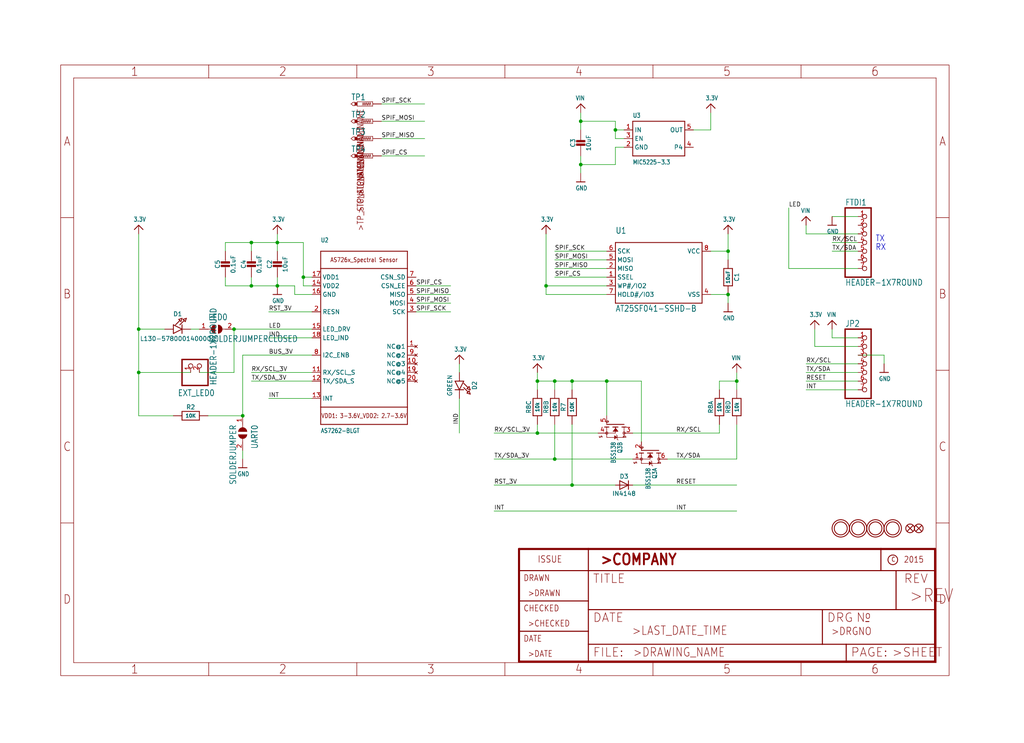
<source format=kicad_sch>
(kicad_sch (version 20211123) (generator eeschema)
  (paper "User" 300.076 217.881)
  (lib_symbols
    (symbol "eagleSchem-eagle-import:3.3V" (power)
      (property "Value" "3.3V" (at -1.524 1.016 0))
      (symbol "3.3V_1_0"
        (pin power_in line (at 0 -2.54 90) (length 2.54) (name "3.3V") (number "1"))
      )
    )
    (symbol "eagleSchem-eagle-import:AS726X_SPECTRAL"
      (property "Value" "AS726X_SPECTRAL" (at -12.7 -27.94 0))
      (symbol "AS726X_SPECTRAL_1_0"
        (text "AS726x_Spectral Sensor" (at 0 22.86 0) (effects (font (size 1.27 1.0795))))
        (text "VDD1: 3-3.6V_VDD2: 2.7-3.6V" (at 0 -22.86 0) (effects (font (size 1.27 1.0795))))
        (pin no_connect line (at 15.24 -2.54 180) (length 2.54) (name "NC@1") (number "1"))
        (pin no_connect line (at 15.24 -7.62 180) (length 2.54) (name "NC@3") (number "10"))
        (pin bidirectional line (at -15.24 -10.16 0) (length 2.54) (name "RX/SCL_S") (number "11"))
        (pin bidirectional line (at -15.24 -12.7 0) (length 2.54) (name "TX/SDA_S") (number "12"))
        (pin output line (at -15.24 -17.78 0) (length 2.54) (name "INT") (number "13"))
        (pin power_in line (at -15.24 15.24 0) (length 2.54) (name "VDD2") (number "14"))
        (pin bidirectional line (at -15.24 2.54 0) (length 2.54) (name "LED_DRV") (number "15"))
        (pin power_in line (at -15.24 12.7 0) (length 2.54) (name "GND") (number "16"))
        (pin power_in line (at -15.24 17.78 0) (length 2.54) (name "VDD1") (number "17"))
        (pin bidirectional line (at -15.24 0 0) (length 2.54) (name "LED_IND") (number "18"))
        (pin no_connect line (at 15.24 -10.16 180) (length 2.54) (name "NC@4") (number "19"))
        (pin input line (at -15.24 7.62 0) (length 2.54) (name "RESN") (number "2"))
        (pin no_connect line (at 15.24 -12.7 180) (length 2.54) (name "NC@5") (number "20"))
        (pin input line (at 15.24 7.62 180) (length 2.54) (name "SCK") (number "3"))
        (pin input line (at 15.24 10.16 180) (length 2.54) (name "MOSI") (number "4"))
        (pin output line (at 15.24 12.7 180) (length 2.54) (name "MISO") (number "5"))
        (pin output line (at 15.24 15.24 180) (length 2.54) (name "CSN_EE") (number "6"))
        (pin output line (at 15.24 17.78 180) (length 2.54) (name "CSN_SD") (number "7"))
        (pin input line (at -15.24 -5.08 0) (length 2.54) (name "I2C_ENB") (number "8"))
        (pin no_connect line (at 15.24 -5.08 180) (length 2.54) (name "NC@2") (number "9"))
      )
    )
    (symbol "eagleSchem-eagle-import:CAP_CERAMIC0603_NO"
      (property "Reference" "C" (at -2.29 1.25 90))
      (property "Value" "CAP_CERAMIC0603_NO" (at 2.3 1.25 90))
      (symbol "CAP_CERAMIC0603_NO_1_0"
        (pin passive line (at 0 5.08 270) (length 2.54) (name "1") (number "1"))
        (pin passive line (at 0 -2.54 90) (length 2.54) (name "2") (number "2"))
      )
    )
    (symbol "eagleSchem-eagle-import:CAP_CERAMIC0805-NOOUTLINE"
      (property "Reference" "C" (at -2.29 1.25 90))
      (property "Value" "CAP_CERAMIC0805-NOOUTLINE" (at 2.3 1.25 90))
      (symbol "CAP_CERAMIC0805-NOOUTLINE_1_0"
        (pin passive line (at 0 5.08 270) (length 2.54) (name "1") (number "1"))
        (pin passive line (at 0 -2.54 90) (length 2.54) (name "2") (number "2"))
      )
    )
    (symbol "eagleSchem-eagle-import:DIODESOD-323"
      (property "Reference" "D" (at 0 2.54 0))
      (property "Value" "DIODESOD-323" (at 0 -2.5 0))
      (symbol "DIODESOD-323_1_0"
        (pin passive line (at -2.54 0 0) (length 2.54) (name "A") (number "A"))
        (pin passive line (at 2.54 0 180) (length 2.54) (name "C") (number "C"))
      )
    )
    (symbol "eagleSchem-eagle-import:FIDUCIAL_1MM")
    (symbol "eagleSchem-eagle-import:FRAME_A4"
      (symbol "FRAME_A4_1_0"
        (text "1" (at 21.6958 1.905 0) (effects (font (size 2.54 2.286))))
        (text "1" (at 21.6958 177.165 0) (effects (font (size 2.54 2.286))))
        (text "2" (at 65.0875 1.905 0) (effects (font (size 2.54 2.286))))
        (text "2" (at 65.0875 177.165 0) (effects (font (size 2.54 2.286))))
        (text "3" (at 108.4792 1.905 0) (effects (font (size 2.54 2.286))))
        (text "3" (at 108.4792 177.165 0) (effects (font (size 2.54 2.286))))
        (text "4" (at 151.8708 1.905 0) (effects (font (size 2.54 2.286))))
        (text "4" (at 151.8708 177.165 0) (effects (font (size 2.54 2.286))))
        (text "5" (at 195.2625 1.905 0) (effects (font (size 2.54 2.286))))
        (text "5" (at 195.2625 177.165 0) (effects (font (size 2.54 2.286))))
        (text "6" (at 238.6542 1.905 0) (effects (font (size 2.54 2.286))))
        (text "6" (at 238.6542 177.165 0) (effects (font (size 2.54 2.286))))
        (text "A" (at 1.905 156.6863 0) (effects (font (size 2.54 2.286))))
        (text "A" (at 258.445 156.6863 0) (effects (font (size 2.54 2.286))))
        (text "B" (at 1.905 111.9188 0) (effects (font (size 2.54 2.286))))
        (text "B" (at 258.445 111.9188 0) (effects (font (size 2.54 2.286))))
        (text "C" (at 1.905 67.1513 0) (effects (font (size 2.54 2.286))))
        (text "C" (at 258.445 67.1513 0) (effects (font (size 2.54 2.286))))
        (text "D" (at 1.905 22.3838 0) (effects (font (size 2.54 2.286))))
        (text "D" (at 258.445 22.3838 0) (effects (font (size 2.54 2.286))))
      )
      (symbol "FRAME_A4_2_0"
        (text "2015" (at 112.4077 30.4673 0) (effects (font (size 1.778 1.5113)) (justify left bottom)))
        (text ">CHECKED" (at 2.2352 11.7348 0) (effects (font (size 1.778 1.5113)) (justify left bottom)))
        (text ">COMPANY" (at 23.349 29.6735 0) (effects (font (size 3.175 2.6987) (thickness 0.5397) bold) (justify left bottom)))
        (text ">DATE" (at 2.2352 2.8448 0) (effects (font (size 1.778 1.5113)) (justify left bottom)))
        (text ">DRAWING_NAME" (at 33.0327 2.8448 0) (effects (font (size 2.54 2.159)) (justify left bottom)))
        (text ">DRAWN" (at 2.2352 20.6248 0) (effects (font (size 1.778 1.5113)) (justify left bottom)))
        (text ">DRGNO" (at 91.1352 9.1948 0) (effects (font (size 2.1844 1.8567)) (justify left bottom)))
        (text ">LAST_DATE_TIME" (at 32.7152 9.1948 0) (effects (font (size 2.54 2.159)) (justify left bottom)))
        (text ">REV" (at 113.9952 18.7198 0) (effects (font (size 3.81 3.2385)) (justify left bottom)))
        (text ">SHEET" (at 108.9152 2.8448 0) (effects (font (size 2.54 2.54)) (justify left bottom)))
        (text "C" (at 108.7564 30.7848 0) (effects (font (size 1.27 1.0795)) (justify left bottom)))
        (text "CHECKED" (at 0.9652 16.1798 0) (effects (font (size 1.778 1.5113)) (justify left bottom)))
        (text "DATE" (at 0.9652 7.2898 0) (effects (font (size 1.778 1.5113)) (justify left bottom)))
        (text "DATE" (at 21.2852 13.0048 0) (effects (font (size 2.54 2.54)) (justify left bottom)))
        (text "DRAWN" (at 0.9652 25.0698 0) (effects (font (size 1.778 1.5113)) (justify left bottom)))
        (text "DRG" (at 89.8652 13.0048 0) (effects (font (size 2.54 2.54)) (justify left bottom)))
        (text "FILE:" (at 21.2852 2.8448 0) (effects (font (size 2.54 2.54)) (justify left bottom)))
        (text "ISSUE" (at 5.0927 30.4673 0) (effects (font (size 1.9304 1.6408)) (justify left bottom)))
        (text "N" (at 98.4377 13.0048 0) (effects (font (size 2.54 2.54)) (justify left bottom)))
        (text "o" (at 100.9777 13.9573 0) (effects (font (size 2.1844 1.8567)) (justify left bottom)))
        (text "PAGE:" (at 96.8502 2.8448 0) (effects (font (size 2.54 2.54)) (justify left bottom)))
        (text "REV" (at 112.4077 24.4348 0) (effects (font (size 2.54 2.54)) (justify left bottom)))
        (text "TITLE" (at 21.2852 24.4348 0) (effects (font (size 2.54 2.54)) (justify left bottom)))
      )
    )
    (symbol "eagleSchem-eagle-import:GND" (power)
      (property "Value" "GND" (at -1.524 -2.54 0))
      (symbol "GND_1_0"
        (pin power_in line (at 0 2.54 270) (length 2.54) (name "GND") (number "1"))
      )
    )
    (symbol "eagleSchem-eagle-import:HEADER-1X2ROUND"
      (property "Reference" "JP" (at -6.35 5.715 0))
      (property "Value" "HEADER-1X2ROUND" (at -6.35 -5.08 0))
      (symbol "HEADER-1X2ROUND_1_0"
        (pin passive inverted (at -2.54 2.54 0) (length 2.54) (name "1") (number "1"))
        (pin passive inverted (at -2.54 0 0) (length 2.54) (name "2") (number "2"))
      )
    )
    (symbol "eagleSchem-eagle-import:HEADER-1X7ROUND"
      (property "Reference" "JP" (at -6.35 10.795 0))
      (property "Value" "HEADER-1X7ROUND" (at -6.35 -12.7 0))
      (symbol "HEADER-1X7ROUND_1_0"
        (pin passive inverted (at -2.54 7.62 0) (length 2.54) (name "1") (number "1"))
        (pin passive inverted (at -2.54 5.08 0) (length 2.54) (name "2") (number "2"))
        (pin passive inverted (at -2.54 2.54 0) (length 2.54) (name "3") (number "3"))
        (pin passive inverted (at -2.54 0 0) (length 2.54) (name "4") (number "4"))
        (pin passive inverted (at -2.54 -2.54 0) (length 2.54) (name "5") (number "5"))
        (pin passive inverted (at -2.54 -5.08 0) (length 2.54) (name "6") (number "6"))
        (pin passive inverted (at -2.54 -7.62 0) (length 2.54) (name "7") (number "7"))
      )
    )
    (symbol "eagleSchem-eagle-import:LED0805_NOOUTLINE"
      (property "Reference" "D" (at -1.27 4.445 0))
      (property "Value" "LED0805_NOOUTLINE" (at -1.27 -2.794 0))
      (symbol "LED0805_NOOUTLINE_1_0"
        (pin passive line (at -5.08 0 0) (length 2.54) (name "A") (number "A"))
        (pin passive line (at 2.54 0 180) (length 2.54) (name "C") (number "C"))
      )
    )
    (symbol "eagleSchem-eagle-import:LEDEV45-21"
      (property "Reference" "D" (at -1.27 4.445 0))
      (property "Value" "LEDEV45-21" (at -1.27 -2.794 0))
      (symbol "LEDEV45-21_1_0"
        (pin passive line (at -5.08 0 0) (length 2.54) (name "A") (number "A"))
        (pin passive line (at 2.54 0 180) (length 2.54) (name "C") (number "K"))
      )
    )
    (symbol "eagleSchem-eagle-import:MOSFET-N_DUAL"
      (property "Reference" "Q" (at 5.08 0.635 0))
      (property "Value" "MOSFET-N_DUAL" (at 5.08 -1.27 0))
      (symbol "MOSFET-N_DUAL_1_0"
        (text "D" (at 3.175 3.175 0) (effects (font (size 0.8128 0.6908)) (justify left bottom)))
        (text "G" (at -1.27 -1.905 0) (effects (font (size 0.8128 0.6908)) (justify left bottom)))
        (text "S" (at 3.175 -3.81 0) (effects (font (size 0.8128 0.6908)) (justify left bottom)))
        (pin bidirectional line (at 2.54 -5.08 90) (length 2.54) (name "S") (number "1"))
        (pin bidirectional line (at -2.54 -2.54 0) (length 2.54) (name "G") (number "2"))
        (pin bidirectional line (at 2.54 5.08 270) (length 2.54) (name "D") (number "6"))
      )
      (symbol "MOSFET-N_DUAL_2_0"
        (text "D" (at 3.175 3.175 0) (effects (font (size 0.8128 0.6908)) (justify left bottom)))
        (text "G" (at -1.27 -1.905 0) (effects (font (size 0.8128 0.6908)) (justify left bottom)))
        (text "S" (at 3.175 -3.81 0) (effects (font (size 0.8128 0.6908)) (justify left bottom)))
        (pin bidirectional line (at 2.54 5.08 270) (length 2.54) (name "D") (number "3"))
        (pin bidirectional line (at 2.54 -5.08 90) (length 2.54) (name "S") (number "4"))
        (pin bidirectional line (at -2.54 -2.54 0) (length 2.54) (name "G") (number "5"))
      )
    )
    (symbol "eagleSchem-eagle-import:MOUNTINGHOLE2.5")
    (symbol "eagleSchem-eagle-import:PTR1TP15R"
      (property "Reference" "TP" (at -1.016 -6.35 90))
      (symbol "PTR1TP15R_1_0"
        (text ">TP_SIGNAL_NAME" (at 1.27 -2.54 0) (effects (font (size 1.778 1.5113)) (justify left bottom)))
        (pin input line (at 0 2.54 270) (length 2.54) (name "TP") (number "TP"))
      )
    )
    (symbol "eagleSchem-eagle-import:RESISTOR0805_NOOUTLINE"
      (property "Reference" "R" (at 0 2.54 0))
      (property "Value" "RESISTOR0805_NOOUTLINE" (at 0 0 0))
      (symbol "RESISTOR0805_NOOUTLINE_1_0"
        (pin passive line (at -5.08 0 0) (length 2.54) (name "1") (number "1"))
        (pin passive line (at 5.08 0 180) (length 2.54) (name "2") (number "2"))
      )
    )
    (symbol "eagleSchem-eagle-import:RESISTOR_0603_NOOUT"
      (property "Reference" "R" (at 0 2.54 0))
      (property "Value" "RESISTOR_0603_NOOUT" (at 0 0 0))
      (symbol "RESISTOR_0603_NOOUT_1_0"
        (pin passive line (at -5.08 0 0) (length 2.54) (name "1") (number "1"))
        (pin passive line (at 5.08 0 180) (length 2.54) (name "2") (number "2"))
      )
    )
    (symbol "eagleSchem-eagle-import:RESISTOR_4PACK_NO"
      (property "Reference" "R" (at 0 2.54 0))
      (property "Value" "RESISTOR_4PACK_NO" (at 0 0 0))
      (symbol "RESISTOR_4PACK_NO_1_0"
        (pin passive line (at -5.08 0 0) (length 2.54) (name "1") (number "1"))
        (pin passive line (at 5.08 0 180) (length 2.54) (name "2") (number "8"))
      )
      (symbol "RESISTOR_4PACK_NO_2_0"
        (pin passive line (at -5.08 0 0) (length 2.54) (name "1") (number "2"))
        (pin passive line (at 5.08 0 180) (length 2.54) (name "2") (number "7"))
      )
      (symbol "RESISTOR_4PACK_NO_3_0"
        (pin passive line (at -5.08 0 0) (length 2.54) (name "1") (number "3"))
        (pin passive line (at 5.08 0 180) (length 2.54) (name "2") (number "6"))
      )
      (symbol "RESISTOR_4PACK_NO_4_0"
        (pin passive line (at -5.08 0 0) (length 2.54) (name "1") (number "4"))
        (pin passive line (at 5.08 0 180) (length 2.54) (name "2") (number "5"))
      )
    )
    (symbol "eagleSchem-eagle-import:SOLDERJUMPER"
      (property "Reference" "SJ" (at -2.54 2.54 0))
      (property "Value" "SOLDERJUMPER" (at -2.54 -3.81 0))
      (symbol "SOLDERJUMPER_1_0"
        (pin passive line (at -5.08 0 0) (length 2.54) (name "1") (number "1"))
        (pin passive line (at 5.08 0 180) (length 2.54) (name "2") (number "2"))
      )
    )
    (symbol "eagleSchem-eagle-import:SOLDERJUMPERCLOSED"
      (property "Reference" "SJ" (at -2.54 2.54 0))
      (property "Value" "SOLDERJUMPERCLOSED" (at -2.54 -3.81 0))
      (symbol "SOLDERJUMPERCLOSED_1_0"
        (pin passive line (at -5.08 0 0) (length 2.54) (name "1") (number "1"))
        (pin passive line (at 5.08 0 180) (length 2.54) (name "2") (number "2"))
      )
    )
    (symbol "eagleSchem-eagle-import:SPIFLASH_SOIC8"
      (property "Reference" "U" (at -12.7 12.7 0))
      (property "Value" "SPIFLASH_SOIC8" (at -12.7 -10.16 0))
      (symbol "SPIFLASH_SOIC8_1_0"
        (pin bidirectional line (at -15.24 0 0) (length 2.54) (name "SSEL") (number "1"))
        (pin bidirectional line (at -15.24 2.54 0) (length 2.54) (name "MISO") (number "2"))
        (pin bidirectional line (at -15.24 -2.54 0) (length 2.54) (name "WP#/IO2") (number "3"))
        (pin bidirectional line (at 15.24 -5.08 180) (length 2.54) (name "VSS") (number "4"))
        (pin bidirectional line (at -15.24 5.08 0) (length 2.54) (name "MOSI") (number "5"))
        (pin bidirectional line (at -15.24 7.62 0) (length 2.54) (name "SCK") (number "6"))
        (pin bidirectional line (at -15.24 -5.08 0) (length 2.54) (name "HOLD#/IO3") (number "7"))
        (pin bidirectional line (at 15.24 7.62 180) (length 2.54) (name "VCC") (number "8"))
      )
    )
    (symbol "eagleSchem-eagle-import:VIN" (power)
      (property "Value" "VIN" (at -1.524 1.016 0))
      (symbol "VIN_1_0"
        (pin power_in line (at 0 -2.54 90) (length 2.54) (name "VIN") (number "1"))
      )
    )
    (symbol "eagleSchem-eagle-import:VREG_SOT23-5"
      (property "Reference" "U" (at -7.62 6.096 0))
      (property "Value" "VREG_SOT23-5" (at -7.62 -7.62 0))
      (symbol "VREG_SOT23-5_1_0"
        (pin power_in line (at -10.16 2.54 0) (length 2.54) (name "IN") (number "1"))
        (pin power_in line (at -10.16 -2.54 0) (length 2.54) (name "GND") (number "2"))
        (pin input line (at -10.16 0 0) (length 2.54) (name "EN") (number "3"))
        (pin bidirectional line (at 10.16 -2.54 180) (length 2.54) (name "P4") (number "4"))
        (pin power_in line (at 10.16 2.54 180) (length 2.54) (name "OUT") (number "5"))
      )
    )
  )
  (junction (at 162.56 111.76))
  (junction (at 157.48 127))
  (junction (at 160.02 83.82))
  (junction (at 81.28 83.82))
  (junction (at 81.28 71.12))
  (junction (at 170.18 35.56))
  (junction (at 180.34 38.1))
  (junction (at 167.64 142.24))
  (junction (at 40.64 96.52))
  (junction (at 73.66 71.12))
  (junction (at 73.66 83.82))
  (junction (at 162.56 134.62))
  (junction (at 88.9 81.28))
  (junction (at 157.48 111.76))
  (junction (at 40.64 109.22))
  (junction (at 71.12 121.92))
  (junction (at 215.9 111.76))
  (junction (at 177.8 111.76))
  (junction (at 213.36 73.66))
  (junction (at 68.58 96.52))
  (junction (at 170.18 48.26))
  (junction (at 213.36 86.36))
  (junction (at 167.64 111.76))
  (wire (pts (xy 259.08 104.14) (xy 259.08 106.68)))
  (wire (pts (xy 91.44 81.28) (xy 88.9 81.28)))
  (wire (pts (xy 160.02 86.36) (xy 160.02 83.82)))
  (wire (pts (xy 215.9 114.3) (xy 215.9 111.76)))
  (wire (pts (xy 71.12 132.08) (xy 71.12 134.62)))
  (wire (pts (xy 231.14 78.74) (xy 231.14 60.96)))
  (wire (pts (xy 185.42 142.24) (xy 215.9 142.24)))
  (wire (pts (xy 91.44 96.52) (xy 68.58 96.52)))
  (wire (pts (xy 170.18 45.72) (xy 170.18 48.26)))
  (wire (pts (xy 81.28 71.12) (xy 73.66 71.12)))
  (wire (pts (xy 167.64 142.24) (xy 144.78 142.24)))
  (wire (pts (xy 157.48 127) (xy 144.78 127)))
  (wire (pts (xy 215.9 149.86) (xy 144.78 149.86)))
  (wire (pts (xy 91.44 91.44) (xy 78.74 91.44)))
  (wire (pts (xy 91.44 104.14) (xy 71.12 104.14)))
  (wire (pts (xy 134.62 106.68) (xy 134.62 109.22)))
  (wire (pts (xy 170.18 35.56) (xy 180.34 35.56)))
  (wire (pts (xy 81.28 83.82) (xy 86.36 83.82)))
  (wire (pts (xy 208.28 73.66) (xy 213.36 73.66)))
  (wire (pts (xy 187.96 129.54) (xy 187.96 111.76)))
  (wire (pts (xy 157.48 127) (xy 175.26 127)))
  (wire (pts (xy 180.34 43.18) (xy 182.88 43.18)))
  (wire (pts (xy 50.8 121.92) (xy 40.64 121.92)))
  (wire (pts (xy 111.76 30.48) (xy 124.46 30.48)))
  (wire (pts (xy 121.92 83.82) (xy 132.08 83.82)))
  (wire (pts (xy 210.82 127) (xy 210.82 124.46)))
  (wire (pts (xy 121.92 91.44) (xy 132.08 91.44)))
  (wire (pts (xy 55.88 96.52) (xy 58.42 96.52)))
  (wire (pts (xy 180.34 142.24) (xy 167.64 142.24)))
  (wire (pts (xy 81.28 83.82) (xy 73.66 83.82)))
  (wire (pts (xy 177.8 121.92) (xy 177.8 111.76)))
  (wire (pts (xy 167.64 111.76) (xy 177.8 111.76)))
  (wire (pts (xy 81.28 68.58) (xy 81.28 71.12)))
  (wire (pts (xy 88.9 83.82) (xy 91.44 83.82)))
  (wire (pts (xy 180.34 38.1) (xy 182.88 38.1)))
  (wire (pts (xy 195.58 134.62) (xy 215.9 134.62)))
  (wire (pts (xy 162.56 134.62) (xy 144.78 134.62)))
  (wire (pts (xy 134.62 116.84) (xy 134.62 127)))
  (wire (pts (xy 157.48 127) (xy 157.48 124.46)))
  (wire (pts (xy 71.12 104.14) (xy 71.12 121.92)))
  (wire (pts (xy 121.92 88.9) (xy 132.08 88.9)))
  (wire (pts (xy 157.48 109.22) (xy 157.48 111.76)))
  (wire (pts (xy 91.44 99.06) (xy 78.74 99.06)))
  (wire (pts (xy 251.46 101.6) (xy 238.76 101.6)))
  (wire (pts (xy 88.9 71.12) (xy 88.9 81.28)))
  (wire (pts (xy 162.56 78.74) (xy 177.8 78.74)))
  (wire (pts (xy 215.9 134.62) (xy 215.9 124.46)))
  (wire (pts (xy 170.18 48.26) (xy 170.18 50.8)))
  (wire (pts (xy 180.34 48.26) (xy 180.34 43.18)))
  (wire (pts (xy 91.44 109.22) (xy 73.66 109.22)))
  (wire (pts (xy 73.66 71.12) (xy 66.04 71.12)))
  (wire (pts (xy 162.56 76.2) (xy 177.8 76.2)))
  (wire (pts (xy 251.46 106.68) (xy 236.22 106.68)))
  (wire (pts (xy 111.76 40.64) (xy 124.46 40.64)))
  (wire (pts (xy 208.28 86.36) (xy 213.36 86.36)))
  (wire (pts (xy 236.22 68.58) (xy 236.22 66.04)))
  (wire (pts (xy 213.36 73.66) (xy 213.36 76.2)))
  (wire (pts (xy 66.04 71.12) (xy 66.04 73.66)))
  (wire (pts (xy 180.34 35.56) (xy 180.34 38.1)))
  (wire (pts (xy 210.82 111.76) (xy 215.9 111.76)))
  (wire (pts (xy 71.12 121.92) (xy 60.96 121.92)))
  (wire (pts (xy 238.76 101.6) (xy 238.76 96.52)))
  (wire (pts (xy 86.36 83.82) (xy 86.36 86.36)))
  (wire (pts (xy 170.18 35.56) (xy 170.18 38.1)))
  (wire (pts (xy 177.8 86.36) (xy 160.02 86.36)))
  (wire (pts (xy 73.66 71.12) (xy 73.66 73.66)))
  (wire (pts (xy 213.36 73.66) (xy 213.36 68.58)))
  (wire (pts (xy 182.88 40.64) (xy 180.34 40.64)))
  (wire (pts (xy 162.56 114.3) (xy 162.56 111.76)))
  (wire (pts (xy 66.04 83.82) (xy 66.04 81.28)))
  (wire (pts (xy 251.46 78.74) (xy 231.14 78.74)))
  (wire (pts (xy 167.64 142.24) (xy 167.64 124.46)))
  (wire (pts (xy 251.46 73.66) (xy 243.84 73.66)))
  (wire (pts (xy 251.46 68.58) (xy 236.22 68.58)))
  (wire (pts (xy 81.28 71.12) (xy 81.28 73.66)))
  (wire (pts (xy 81.28 81.28) (xy 81.28 83.82)))
  (wire (pts (xy 73.66 83.82) (xy 73.66 81.28)))
  (wire (pts (xy 48.26 96.52) (xy 40.64 96.52)))
  (wire (pts (xy 185.42 127) (xy 210.82 127)))
  (wire (pts (xy 251.46 114.3) (xy 236.22 114.3)))
  (wire (pts (xy 208.28 38.1) (xy 208.28 33.02)))
  (wire (pts (xy 160.02 83.82) (xy 160.02 68.58)))
  (wire (pts (xy 81.28 71.12) (xy 88.9 71.12)))
  (wire (pts (xy 86.36 86.36) (xy 91.44 86.36)))
  (wire (pts (xy 236.22 111.76) (xy 251.46 111.76)))
  (wire (pts (xy 180.34 40.64) (xy 180.34 38.1)))
  (wire (pts (xy 40.64 121.92) (xy 40.64 109.22)))
  (wire (pts (xy 157.48 111.76) (xy 157.48 114.3)))
  (wire (pts (xy 251.46 99.06) (xy 243.84 99.06)))
  (wire (pts (xy 167.64 114.3) (xy 167.64 111.76)))
  (wire (pts (xy 251.46 109.22) (xy 236.22 109.22)))
  (wire (pts (xy 177.8 111.76) (xy 187.96 111.76)))
  (wire (pts (xy 203.2 38.1) (xy 208.28 38.1)))
  (wire (pts (xy 91.44 111.76) (xy 73.66 111.76)))
  (wire (pts (xy 162.56 73.66) (xy 177.8 73.66)))
  (wire (pts (xy 68.58 96.52) (xy 68.58 109.22)))
  (wire (pts (xy 251.46 63.5) (xy 243.84 63.5)))
  (wire (pts (xy 121.92 86.36) (xy 132.08 86.36)))
  (wire (pts (xy 88.9 81.28) (xy 88.9 83.82)))
  (wire (pts (xy 55.88 109.22) (xy 40.64 109.22)))
  (wire (pts (xy 213.36 86.36) (xy 213.36 88.9)))
  (wire (pts (xy 157.48 111.76) (xy 162.56 111.76)))
  (wire (pts (xy 177.8 83.82) (xy 160.02 83.82)))
  (wire (pts (xy 170.18 33.02) (xy 170.18 35.56)))
  (wire (pts (xy 40.64 109.22) (xy 40.64 96.52)))
  (wire (pts (xy 162.56 111.76) (xy 167.64 111.76)))
  (wire (pts (xy 210.82 114.3) (xy 210.82 111.76)))
  (wire (pts (xy 185.42 134.62) (xy 162.56 134.62)))
  (wire (pts (xy 251.46 71.12) (xy 243.84 71.12)))
  (wire (pts (xy 243.84 99.06) (xy 243.84 96.52)))
  (wire (pts (xy 162.56 81.28) (xy 177.8 81.28)))
  (wire (pts (xy 73.66 83.82) (xy 66.04 83.82)))
  (wire (pts (xy 162.56 134.62) (xy 162.56 124.46)))
  (wire (pts (xy 91.44 116.84) (xy 78.74 116.84)))
  (wire (pts (xy 215.9 111.76) (xy 215.9 109.22)))
  (wire (pts (xy 170.18 48.26) (xy 180.34 48.26)))
  (wire (pts (xy 68.58 109.22) (xy 58.42 109.22)))
  (wire (pts (xy 111.76 35.56) (xy 124.46 35.56)))
  (wire (pts (xy 111.76 45.72) (xy 124.46 45.72)))
  (wire (pts (xy 40.64 96.52) (xy 40.64 68.58)))
  (wire (pts (xy 251.46 104.14) (xy 259.08 104.14)))
  (text "RX" (at 256.54 73.66 180) (effects (font (size 1.778 1.5113)) (justify left bottom)))
  (text "TX" (at 256.54 71.12 180) (effects (font (size 1.778 1.5113)) (justify left bottom)))
  (label "RX/SCL" (at 236.22 106.68 0) (effects (font (size 1.2446 1.2446))))
  (label "LED" (at 78.74 96.52 0) (effects (font (size 1.2446 1.2446))))
  (label "TX/SDA_3V" (at 73.66 111.76 0) (effects (font (size 1.2446 1.2446))))
  (label "INT" (at 236.22 114.3 0) (effects (font (size 1.2446 1.2446))))
  (label "TX/SDA" (at 198.12 134.62 0) (effects (font (size 1.2446 1.2446))))
  (label "RST_3V" (at 144.78 142.24 0) (effects (font (size 1.2446 1.2446))))
  (label "RX/SCL" (at 243.84 71.12 0) (effects (font (size 1.2446 1.2446))))
  (label "SPIF_MOSI" (at 111.76 35.56 0) (effects (font (size 1.2446 1.2446))))
  (label "INT" (at 198.12 149.86 0) (effects (font (size 1.2446 1.2446))))
  (label "SPIF_MISO" (at 162.56 78.74 0) (effects (font (size 1.2446 1.2446))))
  (label "SPIF_MOSI" (at 121.92 88.9 0) (effects (font (size 1.2446 1.2446))))
  (label "SPIF_SCK" (at 121.92 91.44 0) (effects (font (size 1.2446 1.2446))))
  (label "SPIF_SCK" (at 111.76 30.48 0) (effects (font (size 1.2446 1.2446))))
  (label "TX/SDA" (at 236.22 109.22 0) (effects (font (size 1.2446 1.2446))))
  (label "INT" (at 144.78 149.86 0) (effects (font (size 1.2446 1.2446))))
  (label "SPIF_CS" (at 111.76 45.72 0) (effects (font (size 1.2446 1.2446))))
  (label "SPIF_CS" (at 121.92 83.82 0) (effects (font (size 1.2446 1.2446))))
  (label "TX/SDA_3V" (at 144.78 134.62 0) (effects (font (size 1.2446 1.2446))))
  (label "TX/SDA" (at 243.84 73.66 0) (effects (font (size 1.2446 1.2446))))
  (label "SPIF_SCK" (at 162.56 73.66 0) (effects (font (size 1.2446 1.2446))))
  (label "RST_3V" (at 78.74 91.44 0) (effects (font (size 1.2446 1.2446))))
  (label "RESET" (at 236.22 111.76 0) (effects (font (size 1.2446 1.2446))))
  (label "IND" (at 134.62 124.46 90) (effects (font (size 1.2446 1.2446))))
  (label "RESET" (at 198.12 142.24 0) (effects (font (size 1.2446 1.2446))))
  (label "LED" (at 231.14 60.96 0) (effects (font (size 1.2446 1.2446))))
  (label "INT" (at 78.74 116.84 0) (effects (font (size 1.2446 1.2446))))
  (label "BUS_3V" (at 78.74 104.14 0) (effects (font (size 1.2446 1.2446))))
  (label "RX/SCL_3V" (at 144.78 127 0) (effects (font (size 1.2446 1.2446))))
  (label "RX/SCL" (at 198.12 127 0) (effects (font (size 1.2446 1.2446))))
  (label "SPIF_CS" (at 162.56 81.28 0) (effects (font (size 1.2446 1.2446))))
  (label "SPIF_MOSI" (at 162.56 76.2 0) (effects (font (size 1.2446 1.2446))))
  (label "SPIF_MISO" (at 121.92 86.36 0) (effects (font (size 1.2446 1.2446))))
  (label "IND" (at 78.74 99.06 0) (effects (font (size 1.2446 1.2446))))
  (label "RX/SCL_3V" (at 73.66 109.22 0) (effects (font (size 1.2446 1.2446))))
  (label "SPIF_MISO" (at 111.76 40.64 0) (effects (font (size 1.2446 1.2446))))
  (symbol (lib_id "eagleSchem-eagle-import:VIN") (at 243.84 93.98 0) (unit 1)
    (property "Reference" "#U$18" (effects hide))
    (property "Value" "VIN" (at 242.316 92.964 0) (effects (font (size 1.27 1.0795)) (justify left bottom)))
    (property "Footprint" "eagleSchem:" (effects hide))
  )
  (symbol (lib_id "eagleSchem-eagle-import:RESISTOR_4PACK_NO") (at 210.82 119.38 90) (unit 1)
    (property "Reference" "R8" (at 208.28 119.38 0))
    (property "Value" "10k" (at 210.82 119.38 0) (effects (font (size 1.016 1.016) bold)))
    (property "Footprint" "eagleSchem:RESPACK_4X0603_NO" (effects hide))
  )
  (symbol (lib_id "eagleSchem-eagle-import:MOUNTINGHOLE2.5") (at 256.54 154.94 0) (unit 1)
    (property "Reference" "U$3" (effects hide))
    (property "Value" "MOUNTINGHOLE2.5" (effects hide))
    (property "Footprint" "eagleSchem:MOUNTINGHOLE_2.5_PLATED" (effects hide))
  )
  (symbol (lib_id "eagleSchem-eagle-import:RESISTOR0805_NOOUTLINE") (at 213.36 81.28 270) (unit 1)
    (property "Reference" "C1" (at 215.9 81.28 0))
    (property "Value" "10uF" (at 213.36 81.28 0) (effects (font (size 1.016 1.016) bold)))
    (property "Footprint" "eagleSchem:0805-NO" (effects hide))
  )
  (symbol (lib_id "eagleSchem-eagle-import:VIN") (at 236.22 63.5 0) (unit 1)
    (property "Reference" "#U$1" (effects hide))
    (property "Value" "VIN" (at 234.696 62.484 0) (effects (font (size 1.27 1.0795)) (justify left bottom)))
    (property "Footprint" "eagleSchem:" (effects hide))
  )
  (symbol (lib_id "eagleSchem-eagle-import:3.3V") (at 134.62 104.14 0) (unit 1)
    (property "Reference" "#U$24" (effects hide))
    (property "Value" "3.3V" (at 133.096 103.124 0) (effects (font (size 1.27 1.0795)) (justify left bottom)))
    (property "Footprint" "eagleSchem:" (effects hide))
  )
  (symbol (lib_id "eagleSchem-eagle-import:SOLDERJUMPER") (at 71.12 127 270) (unit 1)
    (property "Reference" "UART0" (at 73.66 124.46 0) (effects (font (size 1.778 1.5113)) (justify left bottom)))
    (property "Value" "SOLDERJUMPER" (at 67.31 124.46 0) (effects (font (size 1.778 1.5113)) (justify left bottom)))
    (property "Footprint" "eagleSchem:SOLDERJUMPER_ARROW_NOPASTE" (effects hide))
  )
  (symbol (lib_id "eagleSchem-eagle-import:CAP_CERAMIC0805-NOOUTLINE") (at 81.28 78.74 0) (unit 1)
    (property "Reference" "C2" (at 78.99 77.49 90))
    (property "Value" "10uF" (at 83.58 77.49 90))
    (property "Footprint" "eagleSchem:0805-NO" (effects hide))
  )
  (symbol (lib_id "eagleSchem-eagle-import:MOSFET-N_DUAL") (at 180.34 124.46 270) (unit 2)
    (property "Reference" "Q3" (at 180.975 129.54 0) (effects (font (size 1.27 1.0795)) (justify left bottom)))
    (property "Value" "BSS138" (at 179.07 129.54 0) (effects (font (size 1.27 1.0795)) (justify left bottom)))
    (property "Footprint" "eagleSchem:SOT363" (effects hide))
  )
  (symbol (lib_id "eagleSchem-eagle-import:3.3V") (at 81.28 66.04 0) (unit 1)
    (property "Reference" "#U$7" (effects hide))
    (property "Value" "3.3V" (at 79.756 65.024 0) (effects (font (size 1.27 1.0795)) (justify left bottom)))
    (property "Footprint" "eagleSchem:" (effects hide))
  )
  (symbol (lib_id "eagleSchem-eagle-import:HEADER-1X2ROUND") (at 58.42 106.68 90) (unit 1)
    (property "Reference" "EXT_LED0" (at 52.07 116.205 90) (effects (font (size 1.778 1.5113)) (justify right top)))
    (property "Value" "HEADER-1X2ROUND" (at 63.5 113.03 0) (effects (font (size 1.778 1.5113)) (justify left bottom)))
    (property "Footprint" "eagleSchem:1X02_ROUND" (effects hide))
  )
  (symbol (lib_id "eagleSchem-eagle-import:3.3V") (at 213.36 66.04 0) (unit 1)
    (property "Reference" "#U$4" (effects hide))
    (property "Value" "3.3V" (at 211.836 65.024 0) (effects (font (size 1.27 1.0795)) (justify left bottom)))
    (property "Footprint" "eagleSchem:" (effects hide))
  )
  (symbol (lib_id "eagleSchem-eagle-import:VIN") (at 215.9 106.68 0) (unit 1)
    (property "Reference" "#U$17" (effects hide))
    (property "Value" "VIN" (at 214.376 105.664 0) (effects (font (size 1.27 1.0795)) (justify left bottom)))
    (property "Footprint" "eagleSchem:" (effects hide))
  )
  (symbol (lib_id "eagleSchem-eagle-import:3.3V") (at 160.02 66.04 0) (unit 1)
    (property "Reference" "#U$6" (effects hide))
    (property "Value" "3.3V" (at 158.496 65.024 0) (effects (font (size 1.27 1.0795)) (justify left bottom)))
    (property "Footprint" "eagleSchem:" (effects hide))
  )
  (symbol (lib_id "eagleSchem-eagle-import:MOUNTINGHOLE2.5") (at 251.46 154.94 0) (unit 1)
    (property "Reference" "U$22" (effects hide))
    (property "Value" "MOUNTINGHOLE2.5" (effects hide))
    (property "Footprint" "eagleSchem:MOUNTINGHOLE_2.5_PLATED" (effects hide))
  )
  (symbol (lib_id "eagleSchem-eagle-import:HEADER-1X7ROUND") (at 254 106.68 0) (unit 1)
    (property "Reference" "JP2" (at 247.65 95.885 0) (effects (font (size 1.778 1.5113)) (justify left bottom)))
    (property "Value" "HEADER-1X7ROUND" (at 247.65 119.38 0) (effects (font (size 1.778 1.5113)) (justify left bottom)))
    (property "Footprint" "eagleSchem:1X07_ROUND" (effects hide))
  )
  (symbol (lib_id "eagleSchem-eagle-import:RESISTOR_4PACK_NO") (at 215.9 119.38 90) (unit 4)
    (property "Reference" "R8" (at 213.36 119.38 0))
    (property "Value" "10k" (at 215.9 119.38 0) (effects (font (size 1.016 1.016) bold)))
    (property "Footprint" "eagleSchem:RESPACK_4X0603_NO" (effects hide))
  )
  (symbol (lib_id "eagleSchem-eagle-import:3.3V") (at 238.76 93.98 0) (unit 1)
    (property "Reference" "#U$19" (effects hide))
    (property "Value" "3.3V" (at 237.236 92.964 0) (effects (font (size 1.27 1.0795)) (justify left bottom)))
    (property "Footprint" "eagleSchem:" (effects hide))
  )
  (symbol (lib_id "eagleSchem-eagle-import:GND") (at 170.18 53.34 0) (unit 1)
    (property "Reference" "#U$15" (effects hide))
    (property "Value" "GND" (at 168.656 55.88 0) (effects (font (size 1.27 1.0795)) (justify left bottom)))
    (property "Footprint" "eagleSchem:" (effects hide))
  )
  (symbol (lib_id "eagleSchem-eagle-import:VREG_SOT23-5") (at 193.04 40.64 0) (unit 1)
    (property "Reference" "U3" (at 185.42 34.544 0) (effects (font (size 1.27 1.0795)) (justify left bottom)))
    (property "Value" "MIC5225-3.3" (at 185.42 48.26 0) (effects (font (size 1.27 1.0795)) (justify left bottom)))
    (property "Footprint" "eagleSchem:SOT23-5" (effects hide))
  )
  (symbol (lib_id "eagleSchem-eagle-import:MOSFET-N_DUAL") (at 190.5 132.08 270) (unit 1)
    (property "Reference" "Q3" (at 191.135 137.16 0) (effects (font (size 1.27 1.0795)) (justify left bottom)))
    (property "Value" "BSS138" (at 189.23 137.16 0) (effects (font (size 1.27 1.0795)) (justify left bottom)))
    (property "Footprint" "eagleSchem:SOT363" (effects hide))
  )
  (symbol (lib_id "eagleSchem-eagle-import:GND") (at 81.28 86.36 0) (unit 1)
    (property "Reference" "#U$8" (effects hide))
    (property "Value" "GND" (at 79.756 88.9 0) (effects (font (size 1.27 1.0795)) (justify left bottom)))
    (property "Footprint" "eagleSchem:" (effects hide))
  )
  (symbol (lib_id "eagleSchem-eagle-import:LEDEV45-21") (at 53.34 96.52 0) (unit 1)
    (property "Reference" "D1" (at 52.07 92.075 0))
    (property "Value" "L130-5780001400001" (at 52.07 99.314 0))
    (property "Footprint" "eagleSchem:EVERLIGHT_45-21" (effects hide))
  )
  (symbol (lib_id "eagleSchem-eagle-import:CAP_CERAMIC0805-NOOUTLINE") (at 170.18 43.18 0) (unit 1)
    (property "Reference" "C3" (at 167.89 41.93 90))
    (property "Value" "10uF" (at 172.48 41.93 90))
    (property "Footprint" "eagleSchem:0805-NO" (effects hide))
  )
  (symbol (lib_id "eagleSchem-eagle-import:PTR1TP15R") (at 109.22 30.48 270) (unit 1)
    (property "Reference" "TP1" (at 102.87 29.464 90) (effects (font (size 1.778 1.5113)) (justify left bottom)))
    (property "Value" "PTR1TP15R" (effects hide))
    (property "Footprint" "eagleSchem:TP15R" (effects hide))
  )
  (symbol (lib_id "eagleSchem-eagle-import:FRAME_A4") (at 17.78 198.12 0) (unit 1)
    (property "Reference" "#FRAME1" (effects hide))
    (property "Value" "FRAME_A4" (effects hide))
    (property "Footprint" "eagleSchem:" (effects hide))
  )
  (symbol (lib_id "eagleSchem-eagle-import:PTR1TP15R") (at 109.22 40.64 270) (unit 1)
    (property "Reference" "TP3" (at 102.87 39.624 90) (effects (font (size 1.778 1.5113)) (justify left bottom)))
    (property "Value" "PTR1TP15R" (effects hide))
    (property "Footprint" "eagleSchem:TP15R" (effects hide))
  )
  (symbol (lib_id "eagleSchem-eagle-import:RESISTOR_4PACK_NO") (at 162.56 119.38 90) (unit 2)
    (property "Reference" "R8" (at 160.02 119.38 0))
    (property "Value" "10k" (at 162.56 119.38 0) (effects (font (size 1.016 1.016) bold)))
    (property "Footprint" "eagleSchem:RESPACK_4X0603_NO" (effects hide))
  )
  (symbol (lib_id "eagleSchem-eagle-import:FRAME_A4") (at 152.4 195.58 0) (unit 2)
    (property "Reference" "#FRAME1" (effects hide))
    (property "Value" "FRAME_A4" (effects hide))
    (property "Footprint" "eagleSchem:" (effects hide))
  )
  (symbol (lib_id "eagleSchem-eagle-import:3.3V") (at 208.28 30.48 0) (unit 1)
    (property "Reference" "#U$13" (effects hide))
    (property "Value" "3.3V" (at 206.756 29.464 0) (effects (font (size 1.27 1.0795)) (justify left bottom)))
    (property "Footprint" "eagleSchem:" (effects hide))
  )
  (symbol (lib_id "eagleSchem-eagle-import:VIN") (at 170.18 30.48 0) (unit 1)
    (property "Reference" "#U$14" (effects hide))
    (property "Value" "VIN" (at 168.656 29.464 0) (effects (font (size 1.27 1.0795)) (justify left bottom)))
    (property "Footprint" "eagleSchem:" (effects hide))
  )
  (symbol (lib_id "eagleSchem-eagle-import:RESISTOR0805_NOOUTLINE") (at 55.88 121.92 0) (unit 1)
    (property "Reference" "R2" (at 55.88 119.38 0))
    (property "Value" "10K" (at 55.88 121.92 0) (effects (font (size 1.016 1.016) bold)))
    (property "Footprint" "eagleSchem:0805-NO" (effects hide))
  )
  (symbol (lib_id "eagleSchem-eagle-import:GND") (at 259.08 109.22 0) (unit 1)
    (property "Reference" "#U$20" (effects hide))
    (property "Value" "GND" (at 257.556 111.76 0) (effects (font (size 1.27 1.0795)) (justify left bottom)))
    (property "Footprint" "eagleSchem:" (effects hide))
  )
  (symbol (lib_id "eagleSchem-eagle-import:FIDUCIAL_1MM") (at 269.24 154.94 0) (unit 1)
    (property "Reference" "FID2" (effects hide))
    (property "Value" "FIDUCIAL_1MM" (effects hide))
    (property "Footprint" "eagleSchem:FIDUCIAL_1MM" (effects hide))
  )
  (symbol (lib_id "eagleSchem-eagle-import:3.3V") (at 157.48 106.68 0) (unit 1)
    (property "Reference" "#U$16" (effects hide))
    (property "Value" "3.3V" (at 155.956 105.664 0) (effects (font (size 1.27 1.0795)) (justify left bottom)))
    (property "Footprint" "eagleSchem:" (effects hide))
  )
  (symbol (lib_id "eagleSchem-eagle-import:GND") (at 71.12 137.16 0) (unit 1)
    (property "Reference" "#U$10" (effects hide))
    (property "Value" "GND" (at 69.596 139.7 0) (effects (font (size 1.27 1.0795)) (justify left bottom)))
    (property "Footprint" "eagleSchem:" (effects hide))
  )
  (symbol (lib_id "eagleSchem-eagle-import:LED0805_NOOUTLINE") (at 134.62 114.3 270) (unit 1)
    (property "Reference" "D2" (at 139.065 113.03 0))
    (property "Value" "GREEN" (at 131.826 113.03 0))
    (property "Footprint" "eagleSchem:CHIPLED_0805_NOOUTLINE" (effects hide))
  )
  (symbol (lib_id "eagleSchem-eagle-import:GND") (at 243.84 66.04 0) (unit 1)
    (property "Reference" "#U$11" (effects hide))
    (property "Value" "GND" (at 242.316 68.58 0) (effects (font (size 1.27 1.0795)) (justify left bottom)))
    (property "Footprint" "eagleSchem:" (effects hide))
  )
  (symbol (lib_id "eagleSchem-eagle-import:AS726X_SPECTRAL") (at 106.68 99.06 0) (unit 1)
    (property "Reference" "U2" (at 93.98 71.12 0) (effects (font (size 1.27 1.0795)) (justify left bottom)))
    (property "Value" "AS7262-BLGT" (at 93.98 127 0) (effects (font (size 1.27 1.0795)) (justify left bottom)))
    (property "Footprint" "eagleSchem:AS726X_LGA20" (effects hide))
  )
  (symbol (lib_id "eagleSchem-eagle-import:CAP_CERAMIC0603_NO") (at 73.66 78.74 0) (unit 1)
    (property "Reference" "C4" (at 71.37 77.49 90))
    (property "Value" "0.1uF" (at 75.96 77.49 90))
    (property "Footprint" "eagleSchem:0603-NO" (effects hide))
  )
  (symbol (lib_id "eagleSchem-eagle-import:MOUNTINGHOLE2.5") (at 246.38 154.94 0) (unit 1)
    (property "Reference" "U$23" (effects hide))
    (property "Value" "MOUNTINGHOLE2.5" (effects hide))
    (property "Footprint" "eagleSchem:MOUNTINGHOLE_2.5_PLATED" (effects hide))
  )
  (symbol (lib_id "eagleSchem-eagle-import:MOUNTINGHOLE2.5") (at 261.62 154.94 0) (unit 1)
    (property "Reference" "U$2" (effects hide))
    (property "Value" "MOUNTINGHOLE2.5" (effects hide))
    (property "Footprint" "eagleSchem:MOUNTINGHOLE_2.5_PLATED" (effects hide))
  )
  (symbol (lib_id "eagleSchem-eagle-import:HEADER-1X7ROUND") (at 254 71.12 0) (unit 1)
    (property "Reference" "FTDI1" (at 247.65 60.325 0) (effects (font (size 1.778 1.5113)) (justify left bottom)))
    (property "Value" "HEADER-1X7ROUND" (at 247.65 83.82 0) (effects (font (size 1.778 1.5113)) (justify left bottom)))
    (property "Footprint" "eagleSchem:1X07_ROUND" (effects hide))
  )
  (symbol (lib_id "eagleSchem-eagle-import:3.3V") (at 40.64 66.04 0) (unit 1)
    (property "Reference" "#U$12" (effects hide))
    (property "Value" "3.3V" (at 39.116 65.024 0) (effects (font (size 1.27 1.0795)) (justify left bottom)))
    (property "Footprint" "eagleSchem:" (effects hide))
  )
  (symbol (lib_id "eagleSchem-eagle-import:RESISTOR_0603_NOOUT") (at 167.64 119.38 90) (unit 1)
    (property "Reference" "R7" (at 165.1 119.38 0))
    (property "Value" "10K" (at 167.64 119.38 0) (effects (font (size 1.016 1.016) bold)))
    (property "Footprint" "eagleSchem:0603-NO" (effects hide))
  )
  (symbol (lib_id "eagleSchem-eagle-import:FIDUCIAL_1MM") (at 266.7 154.94 0) (unit 1)
    (property "Reference" "FID3" (effects hide))
    (property "Value" "FIDUCIAL_1MM" (effects hide))
    (property "Footprint" "eagleSchem:FIDUCIAL_1MM" (effects hide))
  )
  (symbol (lib_id "eagleSchem-eagle-import:GND") (at 213.36 91.44 0) (unit 1)
    (property "Reference" "#U$5" (effects hide))
    (property "Value" "GND" (at 211.836 93.98 0) (effects (font (size 1.27 1.0795)) (justify left bottom)))
    (property "Footprint" "eagleSchem:" (effects hide))
  )
  (symbol (lib_id "eagleSchem-eagle-import:CAP_CERAMIC0603_NO") (at 66.04 78.74 0) (unit 1)
    (property "Reference" "C5" (at 63.75 77.49 90))
    (property "Value" "0.1uF" (at 68.34 77.49 90))
    (property "Footprint" "eagleSchem:0603-NO" (effects hide))
  )
  (symbol (lib_id "eagleSchem-eagle-import:SOLDERJUMPERCLOSED") (at 63.5 96.52 0) (unit 1)
    (property "Reference" "LED0" (at 60.96 93.98 0) (effects (font (size 1.778 1.5113)) (justify left bottom)))
    (property "Value" "SOLDERJUMPERCLOSED" (at 60.96 100.33 0) (effects (font (size 1.778 1.5113)) (justify left bottom)))
    (property "Footprint" "eagleSchem:SOLDERJUMPER_CLOSEDWIRE" (effects hide))
  )
  (symbol (lib_id "eagleSchem-eagle-import:PTR1TP15R") (at 109.22 45.72 270) (unit 1)
    (property "Reference" "TP4" (at 102.87 44.704 90) (effects (font (size 1.778 1.5113)) (justify left bottom)))
    (property "Value" "PTR1TP15R" (effects hide))
    (property "Footprint" "eagleSchem:TP15R" (effects hide))
  )
  (symbol (lib_id "eagleSchem-eagle-import:SPIFLASH_SOIC8") (at 193.04 81.28 0) (unit 1)
    (property "Reference" "U1" (at 180.34 68.58 0) (effects (font (size 1.778 1.5113)) (justify left bottom)))
    (property "Value" "AT25SF041-SSHD-B" (at 180.34 91.44 0) (effects (font (size 1.778 1.5113)) (justify left bottom)))
    (property "Footprint" "eagleSchem:SOIC8_150MIL" (effects hide))
  )
  (symbol (lib_id "eagleSchem-eagle-import:RESISTOR_4PACK_NO") (at 157.48 119.38 90) (unit 3)
    (property "Reference" "R8" (at 154.94 119.38 0))
    (property "Value" "10k" (at 157.48 119.38 0) (effects (font (size 1.016 1.016) bold)))
    (property "Footprint" "eagleSchem:RESPACK_4X0603_NO" (effects hide))
  )
  (symbol (lib_id "eagleSchem-eagle-import:PTR1TP15R") (at 109.22 35.56 270) (unit 1)
    (property "Reference" "TP2" (at 102.87 34.544 90) (effects (font (size 1.778 1.5113)) (justify left bottom)))
    (property "Value" "PTR1TP15R" (effects hide))
    (property "Footprint" "eagleSchem:TP15R" (effects hide))
  )
  (symbol (lib_id "eagleSchem-eagle-import:DIODESOD-323") (at 182.88 142.24 0) (unit 1)
    (property "Reference" "D3" (at 182.88 139.7 0))
    (property "Value" "IN4148" (at 182.88 144.74 0))
    (property "Footprint" "eagleSchem:SOD-323" (effects hide))
  )
)
</source>
